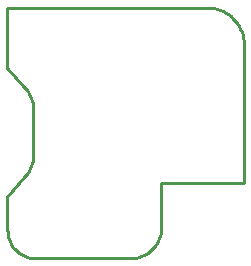
<source format=gbr>
G04 EAGLE Gerber RS-274X export*
G75*
%MOMM*%
%FSLAX34Y34*%
%LPD*%
%IN*%
%IPPOS*%
%AMOC8*
5,1,8,0,0,1.08239X$1,22.5*%
G01*
%ADD10C,0.254000*%


D10*
X762Y25654D02*
X796Y23604D01*
X1009Y21565D01*
X1398Y19551D01*
X1962Y17580D01*
X2695Y15665D01*
X3592Y13821D01*
X4647Y12063D01*
X5851Y10403D01*
X7195Y8855D01*
X8668Y7429D01*
X10261Y6137D01*
X11960Y4989D01*
X13752Y3994D01*
X15625Y3158D01*
X17563Y2489D01*
X19552Y1991D01*
X21577Y1669D01*
X23622Y1524D01*
X105410Y1524D01*
X107624Y1621D01*
X109821Y1910D01*
X111984Y2389D01*
X114097Y3056D01*
X116145Y3904D01*
X118110Y4927D01*
X119979Y6118D01*
X121737Y7466D01*
X123371Y8964D01*
X124868Y10597D01*
X126216Y12355D01*
X127407Y14224D01*
X128430Y16190D01*
X129278Y18237D01*
X129945Y20350D01*
X130424Y22513D01*
X130713Y24710D01*
X130810Y26924D01*
X130810Y65024D01*
X200660Y65024D01*
X200660Y185420D01*
X200323Y188067D01*
X199756Y190674D01*
X198964Y193222D01*
X197953Y195692D01*
X196731Y198063D01*
X195306Y200320D01*
X193691Y202443D01*
X191896Y204418D01*
X189937Y206229D01*
X187826Y207862D01*
X185582Y209305D01*
X183220Y210546D01*
X180759Y211578D01*
X178218Y212391D01*
X175615Y212979D01*
X172971Y213338D01*
X170306Y213465D01*
X167640Y213360D01*
X762Y213614D01*
X762Y162814D01*
X14913Y146124D01*
X16410Y144490D01*
X17758Y142732D01*
X18949Y140863D01*
X19972Y138898D01*
X20820Y136850D01*
X21487Y134737D01*
X21966Y132574D01*
X22255Y130377D01*
X22352Y128163D01*
X22352Y88245D01*
X22255Y86031D01*
X21966Y83834D01*
X21487Y81671D01*
X20820Y79558D01*
X19972Y77511D01*
X18949Y75545D01*
X17759Y73676D01*
X16410Y71918D01*
X14913Y70285D01*
X14913Y70285D01*
X762Y53594D01*
X762Y25654D01*
M02*

</source>
